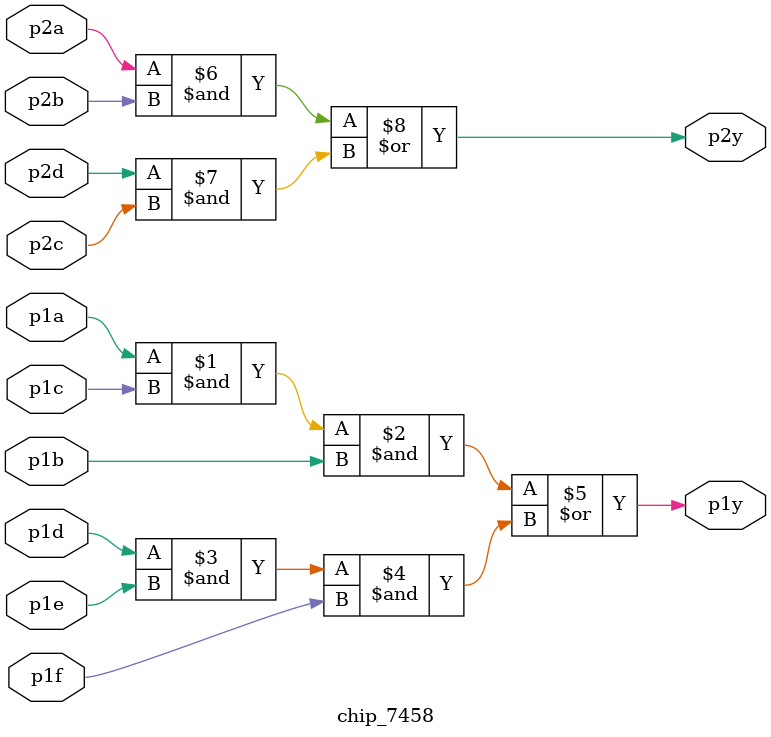
<source format=v>
module chip_7458 ( 
    input p1a, p1b, p1c, p1d, p1e, p1f,
    output p1y,
    input p2a, p2b, p2c, p2d,
    output p2y );

// write code here

assign p1y = (p1a & p1c & p1b) | (p1d & p1e & p1f);
assign p2y = (p2a & p2b) | (p2d & p2c);

endmodule
</source>
